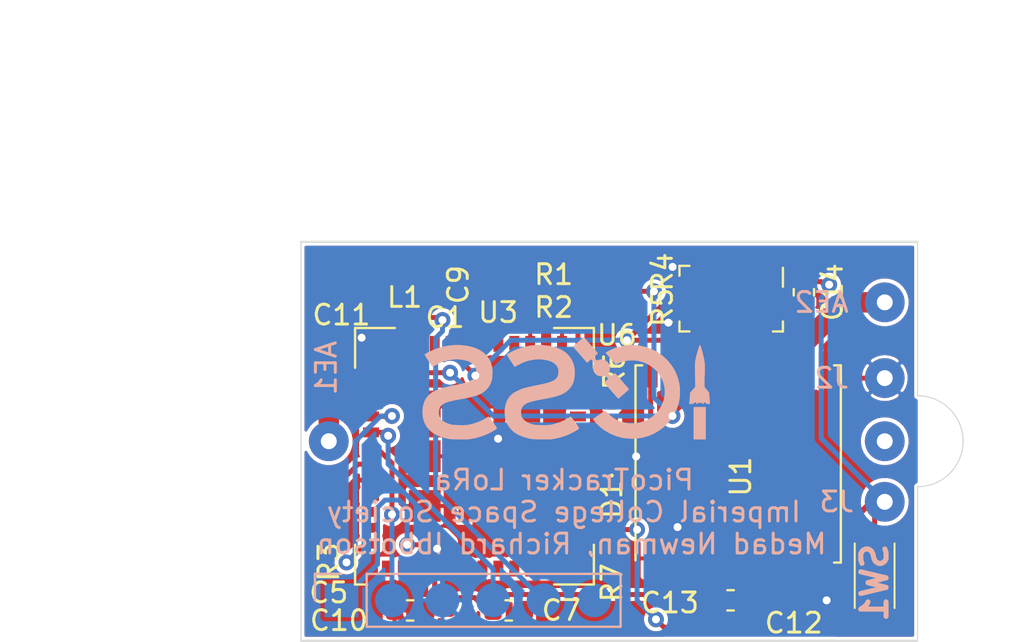
<source format=kicad_pcb>
(kicad_pcb (version 20171130) (host pcbnew "(5.1.2)-1")
  (title_block (title "PCB for Lora Pico Tracker") (date 2019-10-21) (company "Imperial College Space Society") (comment 1 "Richard Ibbotson, Medad Newman"))
  (layers (0 F.Cu signal) (31 B.Cu signal) (34 B.Paste user) (35 F.Paste user hide) (36 B.SilkS user) (37 F.SilkS user) (38 B.Mask user hide) (39 F.Mask user hide) (44 Edge.Cuts user))
  (net 0 "")
  (net 1 GND)
  (net 2 +3V3)
  (net 3 "Net-(C9-Pad1)")
  (net 4 /I2C1_SDA)
  (net 5 /I2C1_SCL)
  (net 6 "Net-(AE2-Pad1)")
  (net 7 /SWDIO)
  (net 8 /RESET)
  (net 9 /SWCLK)
  (net 10 "Net-(R3-Pad1)")
  (net 11 /GPS_TIMEPULSE)
  (net 12 /GPS_EXTINT)
  (net 13 /GPS_SAFEBOOT)
  (net 14 "Net-(AE1-Pad1)")
  (net 15 /V_SOLAR)
  (net 16 "Net-(D1-Pad2)")
  (net 17 /LED)
  (net 18 /SWITCH)
  (net 19 /TCXO_EN)
  (module flight-computer:ICSS_Logo (layer B.Cu) (at 280.035 167.386 180)
    (fp_text reference J4 hide)
    (fp_text value "ICSS Logo" hide)
  )
  (module RF_GPS:ublox_MAX (layer F.Cu) (at 288.671 171.196 90)
    (fp_text reference U1 (at -0.635 0.127 90) (layer F.SilkS))
    (fp_text value MAX-M8C)
    (pad 1 smd rect (at -4.75 -4.4 90) (size 1.8 0.7) (layers F.Cu F.Paste F.Mask) (net 1 GND))
    (pad 2 smd rect (at -4.75 -3.3 90) (size 1.8 0.8) (layers F.Cu F.Paste F.Mask))
    (pad 3 smd rect (at -4.75 -2.2 90) (size 1.8 0.8) (layers F.Cu F.Paste F.Mask))
    (pad 4 smd rect (at -4.75 -1.1 90) (size 1.8 0.8) (layers F.Cu F.Paste F.Mask) (net 11 /GPS_TIMEPULSE))
    (pad 5 smd rect (at -4.75 0 90) (size 1.8 0.8) (layers F.Cu F.Paste F.Mask) (net 12 /GPS_EXTINT))
    (pad 6 smd rect (at -4.75 1.1 90) (size 1.8 0.8) (layers F.Cu F.Paste F.Mask) (net 2 +3V3))
    (pad 7 smd rect (at -4.75 2.2 90) (size 1.8 0.8) (layers F.Cu F.Paste F.Mask) (net 2 +3V3))
    (pad 8 smd rect (at -4.75 3.3 90) (size 1.8 0.8) (layers F.Cu F.Paste F.Mask) (net 2 +3V3))
    (pad 9 smd rect (at -4.75 4.4 90) (size 1.8 0.7) (layers F.Cu F.Paste F.Mask) (net 2 +3V3))
    (pad 10 smd rect (at 4.75 4.4 90) (size 1.8 0.7) (layers F.Cu F.Paste F.Mask) (net 1 GND))
    (pad 11 smd rect (at 4.75 3.3 90) (size 1.8 0.8) (layers F.Cu F.Paste F.Mask) (net 6 "Net-(AE2-Pad1)"))
    (pad 12 smd rect (at 4.75 2.2 90) (size 1.8 0.8) (layers F.Cu F.Paste F.Mask) (net 1 GND))
    (pad 13 smd rect (at 4.75 1.1 90) (size 1.8 0.8) (layers F.Cu F.Paste F.Mask) (net 1 GND))
    (pad 14 smd rect (at 4.75 0 90) (size 1.8 0.8) (layers F.Cu F.Paste F.Mask))
    (pad 15 smd rect (at 4.75 -1.1 90) (size 1.8 0.8) (layers F.Cu F.Paste F.Mask))
    (pad 16 smd rect (at 4.75 -2.2 90) (size 1.8 0.8) (layers F.Cu F.Paste F.Mask) (net 4 /I2C1_SDA))
    (pad 17 smd rect (at 4.75 -3.3 90) (size 1.8 0.8) (layers F.Cu F.Paste F.Mask) (net 5 /I2C1_SCL))
    (pad 18 smd rect (at 4.75 -4.4 90) (size 1.8 0.7) (layers F.Cu F.Paste F.Mask) (net 13 /GPS_SAFEBOOT))
  )
  (module flight-computer:SolderWirePad_1x01_Drill0.8mm (layer F.Cu) (at 298.577 170.053)
    (fp_text reference StringHole1 hide)
    (fp_text value Unconnected)
    (pad "" np_thru_hole circle (at 0 0) (size 0.8 0.8) (drill 0.8) (layers *.Cu *.Mask))
  )
  (module Connector_Wire:SolderWirePad_1x01_Drill0.8mm (layer F.Cu) (at 266.319 169.164)
    (fp_text reference AE1 (at 1.651 -2.794 90) (layer B.SilkS) (effects (justify mirror)))
    (fp_text value "Lora Antenna")
    (pad 1 thru_hole circle (at 1.778 0.889) (size 1.99898 1.99898) (drill 0.8001) (layers *.Cu *.Mask) (net 14 "Net-(AE1-Pad1)"))
  )
  (module Resistor_SMD:R_0402_1005Metric (layer F.Cu) (at 282.321 168.656 90)
    (fp_text reference R6 (at 2.159 0.127 90) (layer F.SilkS))
    (fp_text value R)
    (pad 2 smd roundrect (at 0.485 0 90) (size 0.59 0.64) (layers F.Cu F.Paste F.Mask) (net 17 /LED))
    (pad 1 smd roundrect (at -0.485 0 90) (size 0.59 0.64) (layers F.Cu F.Paste F.Mask) (net 16 "Net-(D1-Pad2)"))
  )
  (module LED_SMD:LED_0402_1005Metric (layer F.Cu) (at 282.321 170.688 90)
    (fp_text reference D1 (at -2.286 0 90) (layer F.SilkS))
    (fp_text value LED)
    (pad 2 smd roundrect (at 0.485 0 90) (size 0.59 0.64) (layers F.Cu F.Paste F.Mask) (net 16 "Net-(D1-Pad2)"))
    (pad 1 smd roundrect (at -0.485 0 90) (size 0.59 0.64) (layers F.Cu F.Paste F.Mask) (net 1 GND))
  )
  (module flight-computer:EVPAWCD4A (layer F.Cu) (at 295.529 177.292 270)
    (fp_text reference SW1 (at -0.127 0 270) (layer B.SilkS) (effects (font (size 1.27 1.27) (thickness 0.254)) (justify mirror)))
    (fp_text value SW_Push hide)
    (pad 2 smd rect (at -2.1 0 270) (size 0.55 1.5) (layers F.Cu F.Paste F.Mask) (net 2 +3V3))
    (pad 1 smd rect (at 1.15 0 270) (size 0.55 1.5) (layers F.Cu F.Paste F.Mask) (net 18 /SWITCH))
  )
  (module Resistor_SMD:R_0402_1005Metric (layer F.Cu) (at 282.321 174.879 270)
    (fp_text reference R7 (at 2.286 0 90) (layer F.SilkS))
    (fp_text value 100K)
    (pad 2 smd roundrect (at 0.485 0 270) (size 0.59 0.64) (layers F.Cu F.Paste F.Mask) (net 1 GND))
    (pad 1 smd roundrect (at -0.485 0 270) (size 0.59 0.64) (layers F.Cu F.Paste F.Mask) (net 18 /SWITCH))
  )
  (module RF_Module:CMWX1ZZABZ (layer F.Cu) (at 275.419 170.808 90)
    (fp_text reference U3 (at 7.232 1.187) (layer F.SilkS))
    (fp_text value CMWX1ZZABZ-078)
    (pad 38 smd rect (at 3.6 -5.2 180) (size 0.8 0.5) (layers F.Cu F.Paste F.Mask))
    (pad 26 smd rect (at 5.65 3.6 90) (size 0.8 0.5) (layers F.Cu F.Paste F.Mask) (net 3 "Net-(C9-Pad1)"))
    (pad 25 smd rect (at 5.65 4.4 90) (size 0.8 0.5) (layers F.Cu F.Paste F.Mask) (net 1 GND))
    (pad 24 smd rect (at 4.4 5.2) (size 0.8 0.5) (layers F.Cu F.Paste F.Mask) (net 15 /V_SOLAR))
    (pad 23 smd rect (at 3.6 5.2) (size 0.8 0.5) (layers F.Cu F.Paste F.Mask))
    (pad 22 smd rect (at 2.8 5.2) (size 0.8 0.5) (layers F.Cu F.Paste F.Mask) (net 17 /LED))
    (pad 21 smd rect (at 2 5.2) (size 0.8 0.5) (layers F.Cu F.Paste F.Mask))
    (pad 20 smd rect (at 1.2 5.2) (size 0.8 0.5) (layers F.Cu F.Paste F.Mask))
    (pad 19 smd rect (at 0.4 5.2 180) (size 0.8 0.5) (layers F.Cu F.Paste F.Mask))
    (pad 18 smd rect (at -0.4 5.2 180) (size 0.8 0.5) (layers F.Cu F.Paste F.Mask))
    (pad 17 smd rect (at -1.2 5.2 180) (size 0.8 0.5) (layers F.Cu F.Paste F.Mask) (net 13 /GPS_SAFEBOOT))
    (pad 16 smd rect (at -2 5.2 180) (size 0.8 0.5) (layers F.Cu F.Paste F.Mask) (net 12 /GPS_EXTINT))
    (pad 15 smd rect (at -2.8 5.2 180) (size 0.8 0.5) (layers F.Cu F.Paste F.Mask) (net 11 /GPS_TIMEPULSE))
    (pad 14 smd rect (at -3.6 5.2 180) (size 0.8 0.5) (layers F.Cu F.Paste F.Mask) (net 18 /SWITCH))
    (pad 13 smd rect (at -4.4 5.2 180) (size 0.8 0.5) (layers F.Cu F.Paste F.Mask))
    (pad 12 smd rect (at -5.65 4.4 90) (size 0.8 0.5) (layers F.Cu F.Paste F.Mask))
    (pad 41 smd rect (at 1.2 -5.2 180) (size 0.8 0.5) (layers F.Cu F.Paste F.Mask) (net 7 /SWDIO))
    (pad 40 smd rect (at 2 -5.2 180) (size 0.8 0.5) (layers F.Cu F.Paste F.Mask) (net 19 /TCXO_EN))
    (pad 39 smd rect (at 2.8 -5.2 180) (size 0.8 0.5) (layers F.Cu F.Paste F.Mask))
    (pad 37 smd rect (at 4.4 -5.2 180) (size 0.8 0.5) (layers F.Cu F.Paste F.Mask))
    (pad 36 smd rect (at 5.65 -4.4 90) (size 0.8 0.5) (layers F.Cu F.Paste F.Mask) (net 4 /I2C1_SDA))
    (pad 35 smd rect (at 5.65 -3.6 90) (size 0.8 0.5) (layers F.Cu F.Paste F.Mask) (net 5 /I2C1_SCL))
    (pad 34 smd rect (at 5.65 -2.8 90) (size 0.8 0.5) (layers F.Cu F.Paste F.Mask) (net 8 /RESET))
    (pad 33 smd rect (at 5.65 -2 90) (size 0.8 0.5) (layers F.Cu F.Paste F.Mask))
    (pad 32 smd rect (at 5.65 -1.2 90) (size 0.8 0.5) (layers F.Cu F.Paste F.Mask))
    (pad 31 smd rect (at 5.65 -0.4 90) (size 0.8 0.5) (layers F.Cu F.Paste F.Mask))
    (pad 30 smd rect (at 5.65 0.4 90) (size 0.8 0.5) (layers F.Cu F.Paste F.Mask))
    (pad 29 smd rect (at 5.65 1.2 90) (size 0.8 0.5) (layers F.Cu F.Paste F.Mask))
    (pad 28 smd rect (at 5.65 2 90) (size 0.8 0.5) (layers F.Cu F.Paste F.Mask))
    (pad 27 smd rect (at 5.65 2.8 90) (size 0.8 0.5) (layers F.Cu F.Paste F.Mask) (net 1 GND))
    (pad 11 smd rect (at -5.65 3.6 90) (size 0.8 0.5) (layers F.Cu F.Paste F.Mask))
    (pad 10 smd rect (at -5.65 2.8 90) (size 0.8 0.5) (layers F.Cu F.Paste F.Mask))
    (pad 9 smd rect (at -5.65 2 90) (size 0.8 0.5) (layers F.Cu F.Paste F.Mask))
    (pad 8 smd rect (at -5.65 1.2 90) (size 0.8 0.5) (layers F.Cu F.Paste F.Mask))
    (pad 7 smd rect (at -5.65 0.4 90) (size 0.8 0.5) (layers F.Cu F.Paste F.Mask) (net 1 GND))
    (pad 6 smd rect (at -5.65 -0.4 90) (size 0.8 0.5) (layers F.Cu F.Paste F.Mask) (net 2 +3V3))
    (pad 5 smd rect (at -5.65 -1.2 90) (size 0.8 0.5) (layers F.Cu F.Paste F.Mask) (net 2 +3V3))
    (pad 4 smd rect (at -5.65 -2 90) (size 0.8 0.5) (layers F.Cu F.Paste F.Mask) (net 2 +3V3))
    (pad 3 smd rect (at -5.65 -2.8 90) (size 0.8 0.5) (layers F.Cu F.Paste F.Mask) (net 1 GND))
    (pad 2 smd rect (at -5.65 -3.6 90) (size 0.8 0.5) (layers F.Cu F.Paste F.Mask))
    (pad 1 smd rect (at -5.65 -4.4 90) (size 0.8 0.5) (layers F.Cu F.Paste F.Mask))
    (pad 42 smd rect (at 0.4 -5.2 180) (size 0.8 0.5) (layers F.Cu F.Paste F.Mask) (net 9 /SWCLK))
    (pad 43 smd rect (at -0.4 -5.2 180) (size 0.8 0.5) (layers F.Cu F.Paste F.Mask) (net 10 "Net-(R3-Pad1)"))
    (pad 44 smd rect (at -1.2 -5.2 180) (size 0.8 0.5) (layers F.Cu F.Paste F.Mask) (net 1 GND))
    (pad 45 smd rect (at -2 -5.2 180) (size 0.8 0.5) (layers F.Cu F.Paste F.Mask))
    (pad 46 smd rect (at -2.8 -5.2 180) (size 0.8 0.5) (layers F.Cu F.Paste F.Mask))
    (pad 47 smd rect (at -3.6 -5.2 180) (size 0.8 0.5) (layers F.Cu F.Paste F.Mask))
    (pad 48 smd rect (at -4.4 -5.2 180) (size 0.8 0.5) (layers F.Cu F.Paste F.Mask) (net 19 /TCXO_EN))
    (pad 49 smd rect (at -2.5 -2.5 180) (size 1.6 1.6) (layers F.Cu F.Paste F.Mask) (net 1 GND))
    (pad 50 smd rect (at 0 -2.5 180) (size 1.6 1.6) (layers F.Cu F.Paste F.Mask) (net 1 GND))
    (pad 51 smd rect (at 2.5 -2.5 180) (size 1.6 1.6) (layers F.Cu F.Paste F.Mask) (net 1 GND))
    (pad 52 smd rect (at -2.5 0 180) (size 1.6 1.6) (layers F.Cu F.Paste F.Mask) (net 1 GND))
    (pad 53 smd rect (at 0 0 180) (size 1.6 1.6) (layers F.Cu F.Paste F.Mask) (net 1 GND))
    (pad 54 smd rect (at 2.5 0 180) (size 1.6 1.6) (layers F.Cu F.Paste F.Mask) (net 1 GND))
    (pad 55 smd rect (at -2.5 2.5 180) (size 1.6 1.6) (layers F.Cu F.Paste F.Mask) (net 1 GND))
    (pad 56 smd rect (at 0 2.5 180) (size 1.6 1.6) (layers F.Cu F.Paste F.Mask) (net 1 GND))
    (pad 57 smd rect (at 2.5 2.5 180) (size 1.6 1.6) (layers F.Cu F.Paste F.Mask) (net 1 GND))
  )
  (module Connector_Wire:SolderWirePad_1x01_Drill0.8mm (layer F.Cu) (at 296.037 170.053 90)
    (fp_text reference SolarCellMount1 hide)
    (fp_text value Unconnected)
    (pad 1 thru_hole circle (at 0 0 90) (size 1.99898 1.99898) (drill 0.8001) (layers *.Cu *.Mask))
  )
  (module Connector_Wire:SolderWirePad_1x01_Drill0.8mm (layer F.Cu) (at 296.037 173.101 270)
    (fp_text reference J3 (at 0 2.413 180) (layer B.SilkS) (effects (justify mirror)))
    (fp_text value 3.3V)
    (pad 1 thru_hole circle (at 0 0 270) (size 1.99898 1.99898) (drill 0.8001) (layers *.Cu *.Mask) (net 2 +3V3))
  )
  (module Connector_Wire:SolderWirePad_1x01_Drill0.8mm (layer F.Cu) (at 296.037 166.878 270)
    (fp_text reference J2 (at 0 2.667 180) (layer B.SilkS) (effects (justify mirror)))
    (fp_text value GND)
    (pad 1 thru_hole circle (at 0 0 270) (size 1.99898 1.99898) (drill 0.8001) (layers *.Cu *.Mask) (net 1 GND))
  )
  (module Connector_Wire:SolderWirePad_1x01_Drill0.8mm (layer F.Cu) (at 296.037 163.068 90)
    (fp_text reference AE2 (at 0 -3.175) (layer B.SilkS) (effects (justify mirror)))
    (fp_text value "GPS Antenna")
    (pad 1 thru_hole circle (at 0 0 90) (size 1.99898 1.99898) (drill 0.8001) (layers *.Cu *.Mask) (net 6 "Net-(AE2-Pad1)"))
  )
  (module Resistor_SMD:R_0402_1005Metric (layer F.Cu) (at 281.328 163.322)
    (fp_text reference R2 (at -1.928 0 180) (layer F.SilkS))
    (fp_text value 100K)
    (pad 2 smd roundrect (at 0.485 0) (size 0.59 0.64) (layers F.Cu F.Paste F.Mask) (net 1 GND))
    (pad 1 smd roundrect (at -0.485 0) (size 0.59 0.64) (layers F.Cu F.Paste F.Mask) (net 15 /V_SOLAR))
  )
  (module Resistor_SMD:R_0402_1005Metric (layer F.Cu) (at 281.305 161.671 180)
    (fp_text reference R1 (at 1.905 0) (layer F.SilkS))
    (fp_text value 100K)
    (pad 2 smd roundrect (at 0.485 0 180) (size 0.59 0.64) (layers F.Cu F.Paste F.Mask) (net 15 /V_SOLAR))
    (pad 1 smd roundrect (at -0.485 0 180) (size 0.59 0.64) (layers F.Cu F.Paste F.Mask) (net 2 +3V3))
  )
  (module Resistor_SMD:R_0402_1005Metric (layer F.Cu) (at 283.233 163.322)
    (fp_text reference R5 (at 1.628 0 90) (layer F.SilkS))
    (fp_text value 4.7K)
    (pad 2 smd roundrect (at 0.485 0) (size 0.59 0.64) (layers F.Cu F.Paste F.Mask) (net 5 /I2C1_SCL))
    (pad 1 smd roundrect (at -0.485 0) (size 0.59 0.64) (layers F.Cu F.Paste F.Mask) (net 2 +3V3))
  )
  (module Resistor_SMD:R_0402_1005Metric (layer F.Cu) (at 283.21 161.671 180)
    (fp_text reference R4 (at -1.651 0.127 270) (layer F.SilkS))
    (fp_text value 4.7K)
    (pad 2 smd roundrect (at 0.485 0 180) (size 0.59 0.64) (layers F.Cu F.Paste F.Mask) (net 4 /I2C1_SDA))
    (pad 1 smd roundrect (at -0.485 0 180) (size 0.59 0.64) (layers F.Cu F.Paste F.Mask) (net 2 +3V3))
  )
  (module Capacitor_SMD:C_0402_1005Metric (layer F.Cu) (at 291.361 178.054 180)
    (fp_text reference C12 (at -0.104 -1.143 180) (layer F.SilkS))
    (fp_text value 100nF)
    (pad 2 smd roundrect (at 0.485 0 180) (size 0.59 0.64) (layers F.Cu F.Paste F.Mask) (net 1 GND))
    (pad 1 smd roundrect (at -0.485 0 180) (size 0.59 0.64) (layers F.Cu F.Paste F.Mask) (net 2 +3V3))
  )
  (module femto_footprints:special_test_pads (layer B.Cu) (at 268.732 178.054 270)
    (fp_text reference J1 hide)
    (fp_text value Conn_01x06 hide)
    (pad 1 smd rect (at 0 0 270) (size 1.7 1.7) (layers B.Cu B.Mask) (net 2 +3V3))
    (pad 2 smd oval (at 0 -2.54 270) (size 1.7 1.7) (layers B.Cu B.Mask) (net 9 /SWCLK))
    (pad 3 smd oval (at 0 -5.08 270) (size 1.7 1.7) (layers B.Cu B.Mask) (net 1 GND))
    (pad 4 smd oval (at 0 -7.62 270) (size 1.7 1.7) (layers B.Cu B.Mask) (net 7 /SWDIO))
    (pad 5 smd oval (at 0 -10.16 270) (size 1.7 1.7) (layers B.Cu B.Mask) (net 8 /RESET))
    (pad 6 smd oval (at 0 -12.7 270) (size 1.7 1.7) (layers B.Cu B.Mask))
  )
  (module Capacitor_SMD:C_0402_1005Metric (layer F.Cu) (at 272.057 163.83 180)
    (fp_text reference C1 (at -1.882 0) (layer F.SilkS))
    (fp_text value 100nF)
    (pad 2 smd roundrect (at 0.485 0 180) (size 0.59 0.64) (layers F.Cu F.Paste F.Mask) (net 1 GND))
    (pad 1 smd roundrect (at -0.485 0 180) (size 0.59 0.64) (layers F.Cu F.Paste F.Mask) (net 8 /RESET))
  )
  (module Capacitor_SMD:C_0402_1005Metric (layer F.Cu) (at 274.597 178.562)
    (fp_text reference C5 (at -6.5 -0.889) (layer F.SilkS))
    (fp_text value 100nF)
    (pad 1 smd roundrect (at -0.485 0) (size 0.59 0.64) (layers F.Cu F.Paste F.Mask) (net 2 +3V3))
    (pad 2 smd roundrect (at 0.485 0) (size 0.59 0.64) (layers F.Cu F.Paste F.Mask) (net 1 GND))
  )
  (module Capacitor_SMD:C_0603_1608Metric (layer F.Cu) (at 277.1395 178.562)
    (fp_text reference C7 (at 2.6415 0) (layer F.SilkS))
    (fp_text value 1uF)
    (pad 1 smd roundrect (at -0.7875 0) (size 0.875 0.95) (layers F.Cu F.Paste F.Mask) (net 2 +3V3))
    (pad 2 smd roundrect (at 0.7875 0) (size 0.875 0.95) (layers F.Cu F.Paste F.Mask) (net 1 GND))
  )
  (module Capacitor_SMD:C_0402_1005Metric (layer F.Cu) (at 273.431 162.179 270)
    (fp_text reference C9 (at 0 -1.17 90) (layer F.SilkS))
    (fp_text value NF)
    (pad 1 smd roundrect (at -0.485 0 270) (size 0.59 0.64) (layers F.Cu F.Paste F.Mask) (net 3 "Net-(C9-Pad1)"))
    (pad 2 smd roundrect (at 0.485 0 270) (size 0.59 0.64) (layers F.Cu F.Paste F.Mask) (net 1 GND))
  )
  (module Capacitor_SMD:C_0603_1608Metric (layer F.Cu) (at 272.1865 178.562 180)
    (fp_text reference C10 (at 3.5815 -0.508) (layer F.SilkS))
    (fp_text value 10uF)
    (pad 2 smd roundrect (at 0.7875 0 180) (size 0.875 0.95) (layers F.Cu F.Paste F.Mask) (net 1 GND))
    (pad 1 smd roundrect (at -0.7875 0 180) (size 0.875 0.95) (layers F.Cu F.Paste F.Mask) (net 2 +3V3))
  )
  (module Capacitor_SMD:C_0402_1005Metric (layer F.Cu) (at 270.51 162.156 270)
    (fp_text reference C11 (at 1.547 1.778 180) (layer F.SilkS))
    (fp_text value NF)
    (pad 1 smd roundrect (at -0.485 0 270) (size 0.59 0.64) (layers F.Cu F.Paste F.Mask) (net 14 "Net-(AE1-Pad1)"))
    (pad 2 smd roundrect (at 0.485 0 270) (size 0.59 0.64) (layers F.Cu F.Paste F.Mask) (net 1 GND))
  )
  (module Capacitor_SMD:C_0603_1608Metric (layer F.Cu) (at 288.29 178.054 180)
    (fp_text reference C13 (at 3.048 -0.127) (layer F.SilkS))
    (fp_text value 10uF)
    (pad 1 smd roundrect (at -0.7875 0 180) (size 0.875 0.95) (layers F.Cu F.Paste F.Mask) (net 2 +3V3))
    (pad 2 smd roundrect (at 0.7875 0 180) (size 0.875 0.95) (layers F.Cu F.Paste F.Mask) (net 1 GND))
  )
  (module Capacitor_SMD:C_0603_1608Metric (layer F.Cu) (at 291.973 162.56 270)
    (fp_text reference C14 (at 0 -1.43 90) (layer F.SilkS))
    (fp_text value 220nF)
    (pad 1 smd roundrect (at -0.7875 0 270) (size 0.875 0.95) (layers F.Cu F.Paste F.Mask) (net 2 +3V3))
    (pad 2 smd roundrect (at 0.7875 0 270) (size 0.875 0.95) (layers F.Cu F.Paste F.Mask) (net 1 GND))
  )
  (module Capacitor_SMD:C_0402_1005Metric (layer F.Cu) (at 271.93 161.671)
    (fp_text reference L1 (at -0.023 1.143) (layer F.SilkS))
    (fp_text value NF)
    (pad 2 smd roundrect (at 0.485 0) (size 0.59 0.64) (layers F.Cu F.Paste F.Mask) (net 3 "Net-(C9-Pad1)"))
    (pad 1 smd roundrect (at -0.485 0) (size 0.59 0.64) (layers F.Cu F.Paste F.Mask) (net 14 "Net-(AE1-Pad1)"))
  )
  (module Resistor_SMD:R_0402_1005Metric (layer F.Cu) (at 268.097 174.244 270)
    (fp_text reference R3 (at 1.882 0 90) (layer F.SilkS))
    (fp_text value 10K)
    (pad 1 smd roundrect (at -0.485 0 270) (size 0.59 0.64) (layers F.Cu F.Paste F.Mask) (net 10 "Net-(R3-Pad1)"))
    (pad 2 smd roundrect (at 0.485 0 270) (size 0.59 0.64) (layers F.Cu F.Paste F.Mask) (net 1 GND))
  )
  (module Package_LGA:LGA-8_3x5mm_P1.25mm (layer F.Cu) (at 288.32 162.882 270)
    (fp_text reference U6 (at 1.837 5.745 180) (layer F.SilkS))
    (fp_text value MS5607-02BA)
    (pad 4 smd rect (at -1.075 1.875 270) (size 0.95 0.55) (layers F.Cu F.Paste F.Mask) (net 1 GND))
    (pad 1 smd rect (at -1.075 -1.875 270) (size 0.95 0.55) (layers F.Cu F.Paste F.Mask) (net 2 +3V3))
    (pad 2 smd rect (at -1.075 -0.625 270) (size 0.95 0.55) (layers F.Cu F.Paste F.Mask) (net 2 +3V3))
    (pad 3 smd rect (at -1.075 0.625 270) (size 0.95 0.55) (layers F.Cu F.Paste F.Mask) (net 1 GND))
    (pad 8 smd rect (at 1.075 -1.875 270) (size 0.95 0.55) (layers F.Cu F.Paste F.Mask) (net 5 /I2C1_SCL))
    (pad 7 smd rect (at 1.075 -0.625 270) (size 0.95 0.55) (layers F.Cu F.Paste F.Mask) (net 4 /I2C1_SDA))
    (pad 6 smd rect (at 1.075 0.625 270) (size 0.95 0.55) (layers F.Cu F.Paste F.Mask))
    (pad 5 smd rect (at 1.075 1.875 270) (size 0.95 0.55) (layers F.Cu F.Paste F.Mask) (net 1 GND))
  )
  (gr_text "PicoTracker LoRa\nImperial College Space Society\nMedad Newman, Richard Ibbotson " (at 279.908 173.609) (layer B.SilkS) (effects (font (size 1 1)) (justify mirror)))
  (gr_line (start 266.7 172.085) (end 266.7 166.37) (layer Edge.Cuts) (width 0.05))
  (gr_line (start 266.7 160.02) (end 266.7 166.37) (layer Edge.Cuts) (width 0.05))
  (gr_line (start 266.7 180.086) (end 266.7 172.085) (layer Edge.Cuts) (width 0.05))
  (gr_line (start 297.688 160.02) (end 297.688 167.767) (layer Edge.Cuts) (width 0.05))
  (gr_arc (start 297.688 170.053) (end 297.688 172.339) (angle -180) (layer Edge.Cuts) (width 0.05))
  (gr_line (start 297.688 180.086) (end 297.688 172.339) (layer Edge.Cuts) (width 0.05))
  (gr_line (start 297.688 180.086) (end 266.7 180.086) (layer Edge.Cuts) (width 0.1))
  (gr_line (start 266.7 160.02) (end 297.688 160.02) (layer Edge.Cuts) (width 0.1))
  (segment (start 272.19901 179.36201) (end 271.399 178.562) (width 0.25) (layer F.Cu) (net 1))
  (segment (start 274.300222 179.36201) (end 272.19901 179.36201) (width 0.25) (layer F.Cu) (net 1))
  (segment (start 274.747832 178.9144) (end 274.300222 179.36201) (width 0.25) (layer F.Cu) (net 1))
  (segment (start 274.747832 178.896168) (end 274.747832 178.9144) (width 0.25) (layer F.Cu) (net 1))
  (segment (start 275.082 178.562) (end 274.747832 178.896168) (width 0.25) (layer F.Cu) (net 1))
  (segment (start 272.619 177.342) (end 271.399 178.562) (width 0.25) (layer F.Cu) (net 1))
  (segment (start 272.619 176.458) (end 272.619 177.342) (width 0.25) (layer F.Cu) (net 1))
  (segment (start 275.819 173.708) (end 275.419 173.308) (width 0.25) (layer F.Cu) (net 1))
  (segment (start 275.819 176.458) (end 275.819 173.708) (width 0.25) (layer F.Cu) (net 1))
  (segment (start 294.623508 166.878) (end 296.037 166.878) (width 0.25) (layer F.Cu) (net 1))
  (segment (start 293.830507 167.671001) (end 294.623508 166.878) (width 0.25) (layer F.Cu) (net 1))
  (segment (start 291.310999 167.671001) (end 293.830507 167.671001) (width 0.25) (layer F.Cu) (net 1))
  (segment (start 291.245999 167.606001) (end 291.310999 167.671001) (width 0.25) (layer F.Cu) (net 1))
  (segment (start 291.245999 164.328501) (end 291.245999 167.606001) (width 0.25) (layer F.Cu) (net 1))
  (segment (start 291.973 163.6015) (end 291.245999 164.328501) (width 0.25) (layer F.Cu) (net 1))
  (segment (start 284.271 177.096) (end 284.271 175.946) (width 0.25) (layer F.Cu) (net 1))
  (segment (start 287.5025 178.054) (end 286.619501 177.171001) (width 0.25) (layer F.Cu) (net 1))
  (segment (start 286.619501 177.171001) (end 284.346001 177.171001) (width 0.25) (layer F.Cu) (net 1))
  (segment (start 284.346001 177.171001) (end 284.271 177.096) (width 0.25) (layer F.Cu) (net 1))
  (segment (start 275.88201 179.36201) (end 275.082 178.562) (width 0.25) (layer F.Cu) (net 1))
  (segment (start 277.12699 179.36201) (end 275.88201 179.36201) (width 0.25) (layer F.Cu) (net 1))
  (segment (start 277.927 178.562) (end 277.12699 179.36201) (width 0.25) (layer F.Cu) (net 1))
  (via (at 285.373653 161.285347) (size 0.8) (drill 0.4) (layers F.Cu B.Cu) (net 1))
  (segment (start 286.445 161.807) (end 285.895306 161.807) (width 0.25) (layer F.Cu) (net 1))
  (segment (start 285.895306 161.807) (end 285.373653 161.285347) (width 0.25) (layer F.Cu) (net 1))
  (via (at 285.163221 164.088653) (size 0.8) (drill 0.4) (layers F.Cu B.Cu) (net 1))
  (segment (start 286.445 163.957) (end 285.294874 163.957) (width 0.25) (layer F.Cu) (net 1))
  (segment (start 285.294874 163.957) (end 285.163221 164.088653) (width 0.25) (layer F.Cu) (net 1))
  (segment (start 285.163221 161.495779) (end 285.373653 161.285347) (width 0.25) (layer B.Cu) (net 1))
  (segment (start 271.572 163.41) (end 271.572 163.83) (width 0.25) (layer F.Cu) (net 1))
  (segment (start 271.79701 163.18499) (end 271.572 163.41) (width 0.25) (layer F.Cu) (net 1))
  (segment (start 273.30501 163.18499) (end 271.79701 163.18499) (width 0.25) (layer F.Cu) (net 1))
  (segment (start 273.431 163.059) (end 273.30501 163.18499) (width 0.25) (layer F.Cu) (net 1))
  (segment (start 273.431 162.664) (end 273.431 163.059) (width 0.25) (layer F.Cu) (net 1))
  (via (at 269.748 164.846) (size 0.8) (drill 0.4) (layers F.Cu B.Cu) (net 1))
  (via (at 293.116 178.054) (size 0.8) (drill 0.4) (layers F.Cu B.Cu) (net 1))
  (segment (start 292.47099 178.69901) (end 293.116 178.054) (width 0.25) (layer F.Cu) (net 1))
  (segment (start 291.10101 178.69901) (end 292.47099 178.69901) (width 0.25) (layer F.Cu) (net 1))
  (segment (start 290.876 178.054) (end 290.876 178.474) (width 0.25) (layer F.Cu) (net 1))
  (segment (start 290.876 178.474) (end 291.10101 178.69901) (width 0.25) (layer F.Cu) (net 1))
  (segment (start 273.812 175.727975) (end 273.542013 175.457988) (width 0.25) (layer B.Cu) (net 1))
  (segment (start 273.812 178.054) (end 273.812 175.727975) (width 0.25) (layer B.Cu) (net 1))
  (segment (start 272.619 176.105989) (end 273.267001 175.457988) (width 0.25) (layer F.Cu) (net 1))
  (via (at 273.542013 175.457988) (size 0.8) (drill 0.4) (layers F.Cu B.Cu) (net 1))
  (segment (start 273.267001 175.457988) (end 273.542013 175.457988) (width 0.25) (layer F.Cu) (net 1))
  (segment (start 272.619 176.458) (end 272.619 176.105989) (width 0.25) (layer F.Cu) (net 1))
  (segment (start 269.569 172.008) (end 270.219 172.008) (width 0.25) (layer F.Cu) (net 1))
  (segment (start 269.493999 172.083001) (end 269.569 172.008) (width 0.25) (layer F.Cu) (net 1))
  (segment (start 269.493999 173.350233) (end 269.493999 172.083001) (width 0.25) (layer F.Cu) (net 1))
  (segment (start 268.4494 174.394832) (end 269.493999 173.350233) (width 0.25) (layer F.Cu) (net 1))
  (segment (start 268.431168 174.394832) (end 268.4494 174.394832) (width 0.25) (layer F.Cu) (net 1))
  (segment (start 268.097 174.729) (end 268.431168 174.394832) (width 0.25) (layer F.Cu) (net 1))
  (segment (start 280.067001 173.387001) (end 277.005999 170.325999) (width 0.25) (layer B.Cu) (net 1))
  (segment (start 274.987001 179.229001) (end 279.621999 179.229001) (width 0.25) (layer B.Cu) (net 1))
  (segment (start 277.005999 170.325999) (end 276.606 169.926) (width 0.25) (layer B.Cu) (net 1))
  (segment (start 273.812 178.054) (end 274.987001 179.229001) (width 0.25) (layer B.Cu) (net 1))
  (segment (start 280.067001 178.783999) (end 280.067001 173.387001) (width 0.25) (layer B.Cu) (net 1))
  (segment (start 279.621999 179.229001) (end 280.067001 178.783999) (width 0.25) (layer B.Cu) (net 1))
  (via (at 276.606 169.926) (size 0.8) (drill 0.4) (layers F.Cu B.Cu) (net 1))
  (segment (start 275.419 170.808) (end 275.724 170.808) (width 0.25) (layer F.Cu) (net 1))
  (segment (start 275.724 170.808) (end 276.606 169.926) (width 0.25) (layer F.Cu) (net 1))
  (via (at 285.623 174.371) (size 0.8) (drill 0.4) (layers F.Cu B.Cu) (net 1))
  (segment (start 284.696 174.371) (end 285.623 174.371) (width 0.25) (layer F.Cu) (net 1))
  (segment (start 284.271 175.946) (end 284.271 174.796) (width 0.25) (layer F.Cu) (net 1))
  (segment (start 284.271 174.796) (end 284.696 174.371) (width 0.25) (layer F.Cu) (net 1))
  (segment (start 279.819 165.808) (end 279.819 165.158) (width 0.25) (layer F.Cu) (net 1))
  (segment (start 279.384 166.243) (end 279.819 165.808) (width 0.25) (layer F.Cu) (net 1))
  (segment (start 278.654 166.243) (end 279.384 166.243) (width 0.25) (layer F.Cu) (net 1))
  (segment (start 278.219 165.158) (end 278.219 165.808) (width 0.25) (layer F.Cu) (net 1))
  (segment (start 278.219 165.808) (end 278.654 166.243) (width 0.25) (layer F.Cu) (net 1))
  (via (at 283.546 170.815) (size 0.8) (drill 0.4) (layers F.Cu B.Cu) (net 1))
  (segment (start 282.321 171.173) (end 283.188 171.173) (width 0.25) (layer F.Cu) (net 1))
  (segment (start 283.188 171.173) (end 283.546 170.815) (width 0.25) (layer F.Cu) (net 1))
  (segment (start 281.813 163.742) (end 281.813 163.322) (width 0.25) (layer F.Cu) (net 1))
  (segment (start 281.813 164.776002) (end 281.813 163.742) (width 0.25) (layer F.Cu) (net 1))
  (segment (start 283.546 166.509002) (end 281.813 164.776002) (width 0.25) (layer F.Cu) (net 1))
  (segment (start 283.546 170.815) (end 283.546 166.509002) (width 0.25) (layer F.Cu) (net 1))
  (segment (start 272.974 178.562) (end 273.419 178.117) (width 0.25) (layer F.Cu) (net 2))
  (segment (start 273.419 178.117) (end 273.419 176.458) (width 0.25) (layer F.Cu) (net 2))
  (segment (start 289.771 177.3605) (end 289.771 175.946) (width 0.25) (layer F.Cu) (net 2))
  (segment (start 289.0775 178.054) (end 289.771 177.3605) (width 0.25) (layer F.Cu) (net 2))
  (segment (start 291.846 176.071) (end 291.971 175.946) (width 0.25) (layer F.Cu) (net 2))
  (segment (start 291.846 178.054) (end 291.846 176.071) (width 0.25) (layer F.Cu) (net 2))
  (segment (start 289.263 178.054) (end 289.0775 178.054) (width 0.25) (layer F.Cu) (net 2))
  (segment (start 290.871 176.446) (end 289.263 178.054) (width 0.25) (layer F.Cu) (net 2))
  (segment (start 290.871 175.946) (end 290.871 176.446) (width 0.25) (layer F.Cu) (net 2))
  (segment (start 291.846 176.921) (end 291.846 178.054) (width 0.2933) (layer F.Cu) (net 2))
  (segment (start 290.871 175.946) (end 291.846 176.921) (width 0.2933) (layer F.Cu) (net 2))
  (segment (start 291.971 175.946) (end 293.071 175.946) (width 0.2933) (layer F.Cu) (net 2))
  (segment (start 295.366 173.101) (end 296.037 173.101) (width 0.2933) (layer F.Cu) (net 2))
  (segment (start 293.071 175.396) (end 295.366 173.101) (width 0.2933) (layer F.Cu) (net 2))
  (segment (start 293.071 175.946) (end 293.071 175.396) (width 0.2933) (layer F.Cu) (net 2))
  (segment (start 291.7535 161.807) (end 291.973 162.0265) (width 0.2933) (layer F.Cu) (net 2))
  (segment (start 290.195 161.807) (end 291.7535 161.807) (width 0.2933) (layer F.Cu) (net 2))
  (segment (start 290.195 161.163) (end 290.195 161.807) (width 0.2933) (layer F.Cu) (net 2))
  (segment (start 289.814 160.782) (end 290.195 161.163) (width 0.2933) (layer F.Cu) (net 2))
  (segment (start 289.2017 160.782) (end 289.814 160.782) (width 0.2933) (layer F.Cu) (net 2))
  (segment (start 288.945 161.807) (end 288.945 161.0387) (width 0.2933) (layer F.Cu) (net 2))
  (segment (start 288.945 161.0387) (end 289.2017 160.782) (width 0.2933) (layer F.Cu) (net 2))
  (segment (start 272.974 178.562) (end 274.112 178.562) (width 0.25) (layer F.Cu) (net 2))
  (segment (start 274.446168 178.227832) (end 274.112 178.562) (width 0.25) (layer F.Cu) (net 2))
  (segment (start 274.446168 178.181832) (end 274.446168 178.227832) (width 0.25) (layer F.Cu) (net 2))
  (segment (start 274.71101 177.91699) (end 274.446168 178.181832) (width 0.25) (layer F.Cu) (net 2))
  (segment (start 275.425222 177.91699) (end 274.71101 177.91699) (width 0.25) (layer F.Cu) (net 2))
  (segment (start 276.070232 178.562) (end 275.425222 177.91699) (width 0.25) (layer F.Cu) (net 2))
  (segment (start 276.352 178.562) (end 276.070232 178.562) (width 0.25) (layer F.Cu) (net 2))
  (segment (start 275.019 176.458) (end 273.419 176.458) (width 0.25) (layer F.Cu) (net 2))
  (segment (start 283.695 161.251) (end 283.695 161.671) (width 0.25) (layer F.Cu) (net 2))
  (segment (start 283.46999 161.02599) (end 283.695 161.251) (width 0.25) (layer F.Cu) (net 2))
  (segment (start 282.381778 161.02599) (end 283.46999 161.02599) (width 0.25) (layer F.Cu) (net 2))
  (segment (start 282.10499 161.302778) (end 282.381778 161.02599) (width 0.25) (layer F.Cu) (net 2))
  (segment (start 282.10499 161.50601) (end 282.10499 161.302778) (width 0.25) (layer F.Cu) (net 2))
  (segment (start 281.94 161.671) (end 282.10499 161.50601) (width 0.25) (layer F.Cu) (net 2))
  (segment (start 281.79 161.671) (end 281.94 161.671) (width 0.25) (layer F.Cu) (net 2))
  (segment (start 282.748 162.902) (end 282.748 163.322) (width 0.25) (layer F.Cu) (net 2))
  (segment (start 282.124168 162.278168) (end 282.748 162.902) (width 0.25) (layer F.Cu) (net 2))
  (segment (start 282.124168 162.005168) (end 282.124168 162.278168) (width 0.25) (layer F.Cu) (net 2))
  (segment (start 281.79 161.671) (end 282.124168 162.005168) (width 0.25) (layer F.Cu) (net 2))
  (segment (start 284.734 161.671) (end 283.695 161.671) (width 0.25) (layer F.Cu) (net 2))
  (segment (start 285.670001 162.607001) (end 284.734 161.671) (width 0.25) (layer F.Cu) (net 2))
  (segment (start 288.344999 162.607001) (end 285.670001 162.607001) (width 0.25) (layer F.Cu) (net 2))
  (segment (start 288.945 161.807) (end 288.945 162.007) (width 0.25) (layer F.Cu) (net 2))
  (segment (start 288.945 162.007) (end 288.344999 162.607001) (width 0.25) (layer F.Cu) (net 2))
  (via (at 293.243 162.179) (size 0.8) (drill 0.4) (layers F.Cu B.Cu) (net 2))
  (segment (start 291.973 162.0265) (end 292.8365 162.0265) (width 0.25) (layer F.Cu) (net 2))
  (segment (start 292.8365 162.0265) (end 293.243 162.433) (width 0.25) (layer F.Cu) (net 2))
  (segment (start 292.843001 169.907001) (end 296.037 173.101) (width 0.25) (layer B.Cu) (net 2))
  (segment (start 292.843001 162.832999) (end 292.843001 169.907001) (width 0.25) (layer B.Cu) (net 2))
  (segment (start 293.243 162.433) (end 292.843001 162.832999) (width 0.25) (layer B.Cu) (net 2))
  (segment (start 295.529 173.609) (end 296.037 173.101) (width 0.25) (layer F.Cu) (net 2))
  (segment (start 295.529 175.192) (end 295.529 173.609) (width 0.25) (layer F.Cu) (net 2))
  (segment (start 288.27749 178.85401) (end 289.0775 178.054) (width 0.25) (layer F.Cu) (net 2))
  (segment (start 285.40701 178.85401) (end 288.27749 178.85401) (width 0.25) (layer F.Cu) (net 2))
  (segment (start 277.15201 177.76199) (end 284.31499 177.76199) (width 0.25) (layer F.Cu) (net 2))
  (segment (start 276.352 178.562) (end 277.15201 177.76199) (width 0.25) (layer F.Cu) (net 2))
  (segment (start 284.31499 177.76199) (end 285.40701 178.85401) (width 0.25) (layer F.Cu) (net 2))
  (via (at 272.034 175.26) (size 0.8) (drill 0.4) (layers F.Cu B.Cu) (net 2))
  (segment (start 270.546999 176.239001) (end 270.546999 173.388013) (width 0.25) (layer B.Cu) (net 2))
  (segment (start 268.732 178.054) (end 270.546999 176.239001) (width 0.25) (layer B.Cu) (net 2))
  (segment (start 270.546999 173.388013) (end 270.923999 173.011013) (width 0.25) (layer B.Cu) (net 2))
  (segment (start 270.923999 173.011013) (end 271.620001 173.011013) (width 0.25) (layer B.Cu) (net 2))
  (segment (start 271.620001 173.011013) (end 272.034 173.425012) (width 0.25) (layer B.Cu) (net 2))
  (segment (start 272.034 173.425012) (end 272.034 175.26) (width 0.25) (layer B.Cu) (net 2))
  (segment (start 274.267014 175.759986) (end 274.219 175.808) (width 0.25) (layer F.Cu) (net 2))
  (segment (start 273.890014 174.732987) (end 274.267014 175.109987) (width 0.25) (layer F.Cu) (net 2))
  (segment (start 274.267014 175.109987) (end 274.267014 175.759986) (width 0.25) (layer F.Cu) (net 2))
  (segment (start 273.194012 174.732987) (end 273.890014 174.732987) (width 0.25) (layer F.Cu) (net 2))
  (segment (start 274.219 175.808) (end 274.219 176.458) (width 0.25) (layer F.Cu) (net 2))
  (segment (start 272.666999 175.26) (end 273.194012 174.732987) (width 0.25) (layer F.Cu) (net 2))
  (segment (start 272.034 175.26) (end 272.666999 175.26) (width 0.25) (layer F.Cu) (net 2))
  (segment (start 279.019 165.158) (end 279.019 164.846) (width 0.5) (layer F.Cu) (net 3))
  (segment (start 279.019 165.158) (end 279.019 163.957) (width 0.5) (layer F.Cu) (net 3))
  (segment (start 272.543 161.694) (end 272.52 161.671) (width 0.8) (layer F.Cu) (net 3))
  (segment (start 273.431 161.694) (end 272.543 161.694) (width 0.8) (layer F.Cu) (net 3))
  (segment (start 273.431 161.694) (end 274.066 161.694) (width 0.8) (layer F.Cu) (net 3))
  (segment (start 279.019 163.957) (end 279.019 162.941) (width 1.028) (layer F.Cu) (net 3))
  (segment (start 277.772 161.694) (end 275.313 161.694) (width 1.028) (layer F.Cu) (net 3))
  (segment (start 279.019 162.941) (end 277.772 161.694) (width 1.028) (layer F.Cu) (net 3))
  (segment (start 274.066 161.694) (end 275.313 161.694) (width 1.028) (layer F.Cu) (net 3))
  (segment (start 275.313 161.694) (end 276.756 161.694) (width 1.028) (layer F.Cu) (net 3))
  (segment (start 286.471 165.2527) (end 286.471 166.446) (width 0.2933) (layer F.Cu) (net 4))
  (segment (start 286.7507 164.973) (end 286.471 165.2527) (width 0.2933) (layer F.Cu) (net 4))
  (segment (start 288.945 163.957) (end 287.929 164.973) (width 0.2933) (layer F.Cu) (net 4))
  (segment (start 287.929 164.973) (end 286.7507 164.973) (width 0.2933) (layer F.Cu) (net 4))
  (via (at 285.369 168.783) (size 0.8) (drill 0.4) (layers F.Cu B.Cu) (net 4))
  (segment (start 285.369 168.698) (end 285.369 168.783) (width 0.25) (layer F.Cu) (net 4))
  (segment (start 286.471 166.446) (end 286.471 167.596) (width 0.25) (layer F.Cu) (net 4))
  (segment (start 286.471 167.596) (end 285.369 168.698) (width 0.25) (layer F.Cu) (net 4))
  (via (at 274.193 166.608019) (size 0.8) (drill 0.4) (layers F.Cu B.Cu) (net 4))
  (segment (start 271.019 165.808) (end 271.819019 166.608019) (width 0.25) (layer F.Cu) (net 4))
  (segment (start 271.819019 166.608019) (end 274.193 166.608019) (width 0.25) (layer F.Cu) (net 4))
  (segment (start 271.019 165.158) (end 271.019 165.808) (width 0.25) (layer F.Cu) (net 4))
  (segment (start 285.369 168.783) (end 276.367981 168.783) (width 0.25) (layer B.Cu) (net 4))
  (segment (start 276.367981 168.783) (end 274.193 166.608019) (width 0.25) (layer B.Cu) (net 4))
  (via (at 284.438221 162.513391) (size 0.8) (drill 0.4) (layers F.Cu B.Cu) (net 4))
  (segment (start 282.725 161.671) (end 282.725 162.091) (width 0.25) (layer F.Cu) (net 4))
  (segment (start 285.369 168.783) (end 284.438221 167.852221) (width 0.25) (layer B.Cu) (net 4))
  (segment (start 284.438221 167.852221) (end 284.438221 162.513391) (width 0.25) (layer B.Cu) (net 4))
  (segment (start 283.147391 162.513391) (end 284.438221 162.513391) (width 0.25) (layer F.Cu) (net 4))
  (segment (start 282.725 162.091) (end 283.147391 162.513391) (width 0.25) (layer F.Cu) (net 4))
  (via (at 283.083 164.973) (size 0.8) (drill 0.4) (layers F.Cu B.Cu) (net 5))
  (segment (start 283.718 164.338) (end 283.718 163.322) (width 0.25) (layer F.Cu) (net 5))
  (segment (start 283.083 164.973) (end 283.718 164.338) (width 0.25) (layer F.Cu) (net 5))
  (segment (start 277.240998 164.973) (end 275.463 166.750998) (width 0.25) (layer B.Cu) (net 5))
  (segment (start 283.083 164.973) (end 277.240998 164.973) (width 0.25) (layer B.Cu) (net 5))
  (via (at 275.463 166.750998) (size 0.8) (drill 0.4) (layers F.Cu B.Cu) (net 5))
  (segment (start 271.819 165.158) (end 271.819 165.808) (width 0.25) (layer F.Cu) (net 5))
  (segment (start 271.894001 165.883001) (end 274.595003 165.883001) (width 0.25) (layer F.Cu) (net 5))
  (segment (start 274.595003 165.883001) (end 275.463 166.750998) (width 0.25) (layer F.Cu) (net 5))
  (segment (start 271.819 165.808) (end 271.894001 165.883001) (width 0.25) (layer F.Cu) (net 5))
  (segment (start 285.048 164.973) (end 283.083 164.973) (width 0.25) (layer F.Cu) (net 5))
  (segment (start 285.371 165.296) (end 285.048 164.973) (width 0.25) (layer F.Cu) (net 5))
  (segment (start 285.371 166.446) (end 285.371 165.296) (width 0.25) (layer F.Cu) (net 5))
  (segment (start 284.899001 163.156999) (end 283.083 164.973) (width 0.25) (layer F.Cu) (net 5))
  (segment (start 289.594999 163.156999) (end 284.899001 163.156999) (width 0.25) (layer F.Cu) (net 5))
  (segment (start 290.195 163.957) (end 290.195 163.757) (width 0.25) (layer F.Cu) (net 5))
  (segment (start 290.195 163.757) (end 289.594999 163.156999) (width 0.25) (layer F.Cu) (net 5))
  (segment (start 294.046624 163.068) (end 292.085009 165.029615) (width 1.028) (layer F.Cu) (net 6))
  (segment (start 296.037 163.068) (end 294.046624 163.068) (width 1.028) (layer F.Cu) (net 6))
  (segment (start 291.971 165.143624) (end 292.085009 165.029615) (width 0.8) (layer F.Cu) (net 6))
  (segment (start 291.971 166.446) (end 291.971 165.143624) (width 0.8) (layer F.Cu) (net 6))
  (via (at 271.081191 169.775385) (size 0.8) (drill 0.4) (layers F.Cu B.Cu) (net 7))
  (segment (start 271.081191 170.34107) (end 271.081191 169.775385) (width 0.25) (layer B.Cu) (net 7))
  (segment (start 276.352 178.054) (end 276.352 176.472996) (width 0.25) (layer B.Cu) (net 7))
  (segment (start 276.352 176.472996) (end 271.081191 171.202187) (width 0.25) (layer B.Cu) (net 7))
  (segment (start 270.913806 169.608) (end 271.081191 169.775385) (width 0.25) (layer F.Cu) (net 7))
  (segment (start 271.081191 171.202187) (end 271.081191 170.34107) (width 0.25) (layer B.Cu) (net 7))
  (segment (start 270.219 169.608) (end 270.913806 169.608) (width 0.25) (layer F.Cu) (net 7))
  (segment (start 272.619 163.907) (end 272.542 163.83) (width 0.25) (layer F.Cu) (net 8))
  (segment (start 272.619 165.158) (end 272.619 163.907) (width 0.25) (layer F.Cu) (net 8))
  (via (at 273.812 163.957) (size 0.8) (drill 0.4) (layers F.Cu B.Cu) (net 8))
  (segment (start 272.542 163.83) (end 273.685 163.83) (width 0.25) (layer F.Cu) (net 8))
  (segment (start 273.685 163.83) (end 273.812 163.957) (width 0.25) (layer F.Cu) (net 8))
  (segment (start 278.042001 177.204001) (end 278.892 178.054) (width 0.25) (layer B.Cu) (net 8))
  (segment (start 273.467999 172.629999) (end 278.042001 177.204001) (width 0.25) (layer B.Cu) (net 8))
  (segment (start 273.467999 164.866686) (end 273.467999 172.629999) (width 0.25) (layer B.Cu) (net 8))
  (segment (start 273.812 164.522685) (end 273.467999 164.866686) (width 0.25) (layer B.Cu) (net 8))
  (segment (start 273.812 163.957) (end 273.812 164.522685) (width 0.25) (layer B.Cu) (net 8))
  (segment (start 270.528951 170.408) (end 271.272 171.151049) (width 0.25) (layer F.Cu) (net 9))
  (segment (start 271.272 173.170329) (end 271.272 173.736014) (width 0.25) (layer F.Cu) (net 9))
  (segment (start 271.272 173.736) (end 271.272 173.736014) (width 0.25) (layer B.Cu) (net 9))
  (segment (start 271.272 178.054) (end 271.272 173.736) (width 0.25) (layer B.Cu) (net 9))
  (segment (start 270.219 170.408) (end 270.528951 170.408) (width 0.25) (layer F.Cu) (net 9))
  (segment (start 271.272 171.151049) (end 271.272 173.170329) (width 0.25) (layer F.Cu) (net 9))
  (via (at 271.272 173.736014) (size 0.8) (drill 0.4) (layers F.Cu B.Cu) (net 9))
  (segment (start 268.097 173.364) (end 268.097 173.759) (width 0.25) (layer F.Cu) (net 10))
  (segment (start 268.097 172.68) (end 268.097 173.364) (width 0.25) (layer F.Cu) (net 10))
  (segment (start 269.569 171.208) (end 268.097 172.68) (width 0.25) (layer F.Cu) (net 10))
  (segment (start 270.219 171.208) (end 269.569 171.208) (width 0.25) (layer F.Cu) (net 10))
  (segment (start 287.571 174.796) (end 287.571 175.946) (width 0.25) (layer F.Cu) (net 11))
  (segment (start 286.383 173.608) (end 287.571 174.796) (width 0.25) (layer F.Cu) (net 11))
  (segment (start 280.619 173.608) (end 286.383 173.608) (width 0.25) (layer F.Cu) (net 11))
  (segment (start 288.671 174.796) (end 288.671 175.946) (width 0.25) (layer F.Cu) (net 12))
  (segment (start 286.683 172.808) (end 288.671 174.796) (width 0.25) (layer F.Cu) (net 12))
  (segment (start 280.619 172.808) (end 286.683 172.808) (width 0.25) (layer F.Cu) (net 12))
  (segment (start 284.271 167.596) (end 284.271 166.446) (width 0.25) (layer F.Cu) (net 13))
  (segment (start 284.271 171.786) (end 284.271 167.596) (width 0.25) (layer F.Cu) (net 13))
  (segment (start 283.718 172.339) (end 284.271 171.786) (width 0.25) (layer F.Cu) (net 13))
  (segment (start 282.475 172.339) (end 283.718 172.339) (width 0.25) (layer F.Cu) (net 13))
  (segment (start 280.619 172.008) (end 282.144 172.008) (width 0.25) (layer F.Cu) (net 13))
  (segment (start 282.144 172.008) (end 282.475 172.339) (width 0.25) (layer F.Cu) (net 13))
  (segment (start 271.40599 161.63199) (end 271.40599 161.671) (width 1.028) (layer F.Cu) (net 14))
  (segment (start 269.98065 161.63199) (end 271.40599 161.63199) (width 1.028) (layer F.Cu) (net 14))
  (segment (start 268.097 170.053) (end 268.097 163.51564) (width 1.028) (layer F.Cu) (net 14))
  (segment (start 268.097 163.51564) (end 269.98065 161.63199) (width 1.028) (layer F.Cu) (net 14))
  (segment (start 280.619 163.546) (end 280.843 163.322) (width 0.25) (layer F.Cu) (net 15))
  (segment (start 280.619 166.408) (end 280.619 163.546) (width 0.25) (layer F.Cu) (net 15))
  (segment (start 280.82 163.299) (end 280.843 163.322) (width 0.25) (layer F.Cu) (net 15))
  (segment (start 280.82 161.671) (end 280.82 163.299) (width 0.25) (layer F.Cu) (net 15))
  (segment (start 282.321 169.141) (end 282.321 170.203) (width 0.25) (layer F.Cu) (net 16))
  (segment (start 282.158 168.008) (end 282.321 168.171) (width 0.25) (layer F.Cu) (net 17))
  (segment (start 280.619 168.008) (end 282.158 168.008) (width 0.25) (layer F.Cu) (net 17))
  (via (at 283.591 174.498) (size 0.8) (drill 0.4) (layers F.Cu B.Cu) (net 18))
  (segment (start 282.425 174.498) (end 282.321 174.394) (width 0.25) (layer F.Cu) (net 18))
  (segment (start 283.591 174.498) (end 282.425 174.498) (width 0.25) (layer F.Cu) (net 18))
  (segment (start 282.307 174.408) (end 282.321 174.394) (width 0.25) (layer F.Cu) (net 18))
  (segment (start 280.619 174.408) (end 282.307 174.408) (width 0.25) (layer F.Cu) (net 18))
  (segment (start 283.591 174.498) (end 283.591 178.06332) (width 0.25) (layer B.Cu) (net 18))
  (via (at 284.53884 179.01116) (size 0.8) (drill 0.4) (layers F.Cu B.Cu) (net 18))
  (segment (start 283.591 178.06332) (end 284.53884 179.01116) (width 0.25) (layer B.Cu) (net 18))
  (segment (start 284.938839 179.411159) (end 284.53884 179.01116) (width 0.25) (layer F.Cu) (net 18))
  (segment (start 295.529 178.442) (end 294.529 178.442) (width 0.25) (layer F.Cu) (net 18))
  (segment (start 294.529 178.442) (end 293.559841 179.411159) (width 0.25) (layer F.Cu) (net 18))
  (segment (start 293.559841 179.411159) (end 284.938839 179.411159) (width 0.25) (layer F.Cu) (net 18))
  (via (at 268.986 176.149) (size 0.8) (drill 0.4) (layers F.Cu B.Cu) (net 19))
  (segment (start 270.219 175.208) (end 269.927 175.208) (width 0.25) (layer F.Cu) (net 19))
  (segment (start 269.927 175.208) (end 268.986 176.149) (width 0.25) (layer F.Cu) (net 19))
  (via (at 271.272 168.783) (size 0.8) (drill 0.4) (layers F.Cu B.Cu) (net 19))
  (segment (start 271.247 168.808) (end 271.272 168.783) (width 0.25) (layer F.Cu) (net 19))
  (segment (start 269.421491 175.713509) (end 269.421491 170.067824) (width 0.25) (layer B.Cu) (net 19))
  (segment (start 268.986 176.149) (end 269.421491 175.713509) (width 0.25) (layer B.Cu) (net 19))
  (segment (start 270.706315 168.783) (end 271.272 168.783) (width 0.25) (layer B.Cu) (net 19))
  (segment (start 270.219 168.808) (end 271.247 168.808) (width 0.25) (layer F.Cu) (net 19))
  (segment (start 269.421491 170.067824) (end 270.706315 168.783) (width 0.25) (layer B.Cu) (net 19))
  (zone (net 1) (net_name GND) (layer F.Cu) (connect_pads (clearance 0.15)) (min_thickness 0.15) (fill yes (arc_segments 32) (thermal_gap 0.15) (thermal_bridge_width 0.2))
    (polygon (pts (xy 266.7 160.02) (xy 266.7 180.086) (xy 297.688 180.086) (xy 297.688 160.02)))
  )
  (zone (net 1) (net_name GND) (layer B.Cu) (connect_pads (clearance 0.15)) (min_thickness 0.15) (fill yes (arc_segments 32) (thermal_gap 0.15) (thermal_bridge_width 0.2))
    (polygon (pts (xy 266.7 160.02) (xy 266.7 180.086) (xy 297.688 180.086) (xy 297.688 160.02)))
  )
)
</source>
